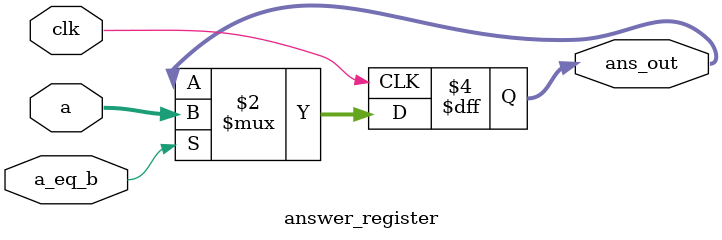
<source format=v>

module a_register(
    input a_ld,
    input [15:0] a,
    input clk,
    output reg [15:0] a_out
    );
    always@(posedge clk)
    begin 
    if(a_ld)
    a_out<=a;
    end
endmodule


module b_register(
    input b_ld,
    input [15:0] b,
    input clk,
    output reg [15:0] b_out
    );
    always@(posedge clk)
    begin 
    if(b_ld)
    b_out<=b;
    end
endmodule


module answer_register(
    input a_eq_b,
    input clk,
    input [15:0] a,
    output reg [15:0] ans_out
    );
    always@(posedge clk)
    begin
    if(a_eq_b)
    ans_out<=a;
    end
endmodule

</source>
